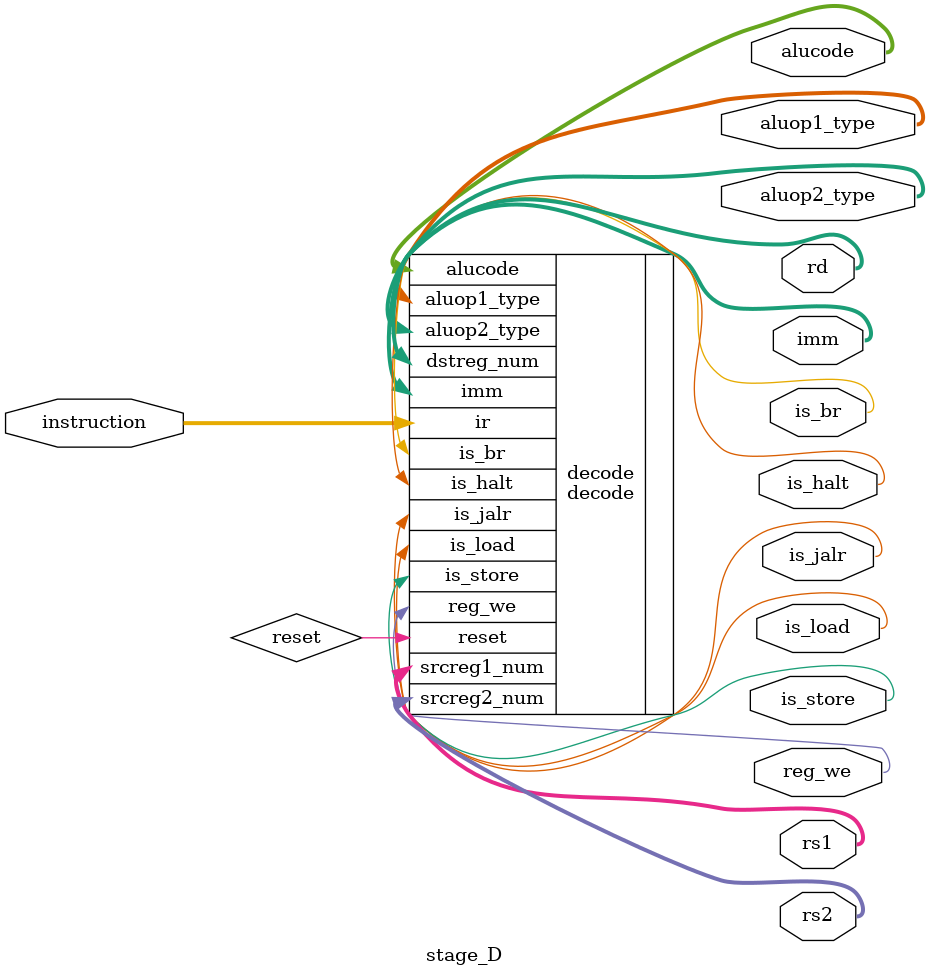
<source format=v>
module stage_D(
    input wire [31:0] instruction,
    output wire [4:0] rs1,
    output wire [4:0] rs2,
    output wire [4:0] rd,
    output wire [31:0] imm,
    output wire [5:0] alucode,
    output wire [1:0] aluop1_type,
    output wire [1:0] aluop2_type,
    output wire reg_we,
    output wire is_load,
    output wire is_store,
    output wire is_br,
    output wire is_jalr,
    output wire is_halt
);

    decode decode (
        .ir(instruction),
        .reset(reset),
        .srcreg1_num(rs1),
        .srcreg2_num(rs2),
        .dstreg_num(rd),
        .imm(imm),
        .alucode(alucode),
        .aluop1_type(aluop1_type),
        .aluop2_type(aluop2_type),
        .reg_we(reg_we),
        .is_load(is_load),
        .is_store(is_store),
        .is_br(is_br),
        .is_jalr(is_jalr),
        .is_halt(is_halt)
    );
    
endmodule
</source>
